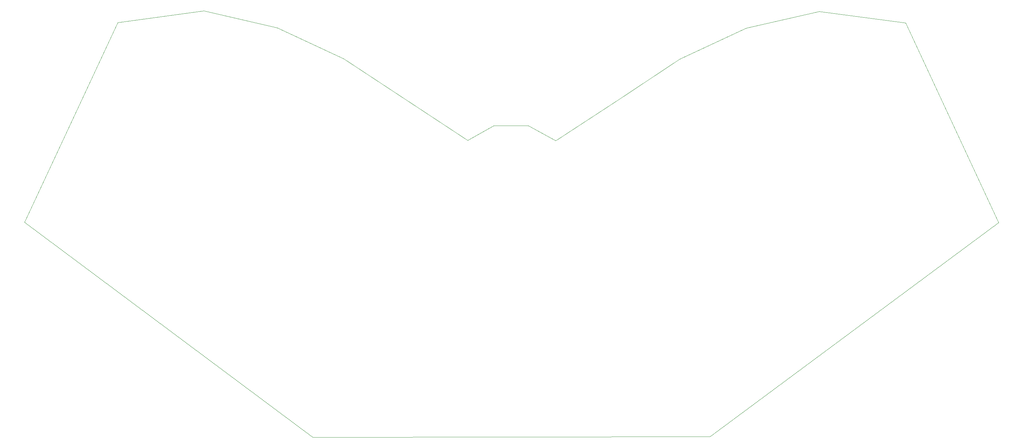
<source format=gm1>
G04 #@! TF.GenerationSoftware,KiCad,Pcbnew,7.0.1*
G04 #@! TF.CreationDate,2023-04-05T18:38:50-04:00*
G04 #@! TF.ProjectId,32kb,33326b62-2e6b-4696-9361-645f70636258,rev?*
G04 #@! TF.SameCoordinates,Original*
G04 #@! TF.FileFunction,Profile,NP*
%FSLAX46Y46*%
G04 Gerber Fmt 4.6, Leading zero omitted, Abs format (unit mm)*
G04 Created by KiCad (PCBNEW 7.0.1) date 2023-04-05 18:38:50*
%MOMM*%
%LPD*%
G01*
G04 APERTURE LIST*
G04 #@! TA.AperFunction,Profile*
%ADD10C,0.100000*%
G04 #@! TD*
G04 APERTURE END LIST*
D10*
X97048000Y-150225000D02*
X22198000Y-94425000D01*
X200123000Y-150100000D02*
X275073000Y-94525000D01*
X160098000Y-73325000D02*
X152948000Y-69425000D01*
X176173000Y-62750000D02*
X160098000Y-73325000D01*
X192248000Y-52150000D02*
X176173000Y-62750000D01*
X209498000Y-44100000D02*
X192248000Y-52150000D01*
X228498000Y-39750000D02*
X209498000Y-44100000D01*
X250923000Y-42750000D02*
X228498000Y-39750000D01*
X275073000Y-94525000D02*
X250923000Y-42750000D01*
X97048000Y-150225000D02*
X200123000Y-150100000D01*
X46373000Y-42625000D02*
X22198000Y-94425000D01*
X68773000Y-39625000D02*
X46373000Y-42625000D01*
X87773000Y-44000000D02*
X68773000Y-39625000D01*
X105023000Y-52025000D02*
X87773000Y-44000000D01*
X121123000Y-62650000D02*
X105023000Y-52025000D01*
X137223000Y-73200000D02*
X121123000Y-62650000D01*
X143998000Y-69425000D02*
X137223000Y-73200000D01*
X152948000Y-69425000D02*
X143998000Y-69425000D01*
M02*

</source>
